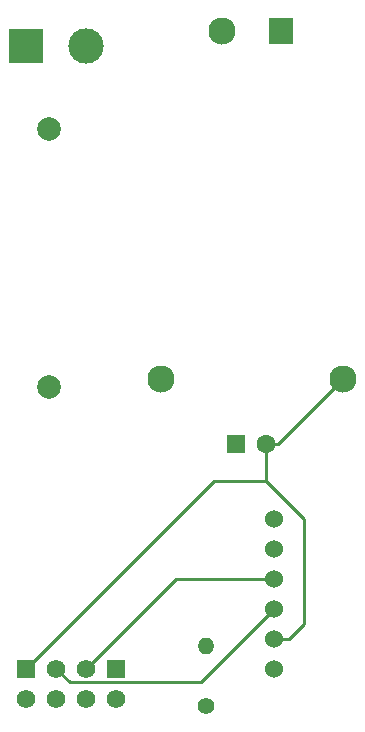
<source format=gbr>
%TF.GenerationSoftware,KiCad,Pcbnew,(5.1.9)-1*%
%TF.CreationDate,2021-08-24T10:41:20+02:00*%
%TF.ProjectId,PCB,5043422e-6b69-4636-9164-5f7063625858,rev?*%
%TF.SameCoordinates,Original*%
%TF.FileFunction,Copper,L2,Bot*%
%TF.FilePolarity,Positive*%
%FSLAX46Y46*%
G04 Gerber Fmt 4.6, Leading zero omitted, Abs format (unit mm)*
G04 Created by KiCad (PCBNEW (5.1.9)-1) date 2021-08-24 10:41:20*
%MOMM*%
%LPD*%
G01*
G04 APERTURE LIST*
%TA.AperFunction,ComponentPad*%
%ADD10C,1.524000*%
%TD*%
%TA.AperFunction,ComponentPad*%
%ADD11C,1.575000*%
%TD*%
%TA.AperFunction,ComponentPad*%
%ADD12R,1.575000X1.575000*%
%TD*%
%TA.AperFunction,ComponentPad*%
%ADD13O,1.400000X1.400000*%
%TD*%
%TA.AperFunction,ComponentPad*%
%ADD14C,1.400000*%
%TD*%
%TA.AperFunction,ComponentPad*%
%ADD15C,2.300000*%
%TD*%
%TA.AperFunction,ComponentPad*%
%ADD16R,2.000000X2.300000*%
%TD*%
%TA.AperFunction,ComponentPad*%
%ADD17C,3.000000*%
%TD*%
%TA.AperFunction,ComponentPad*%
%ADD18R,3.000000X3.000000*%
%TD*%
%TA.AperFunction,ComponentPad*%
%ADD19C,2.000000*%
%TD*%
%TA.AperFunction,ComponentPad*%
%ADD20C,1.600000*%
%TD*%
%TA.AperFunction,ComponentPad*%
%ADD21R,1.600000X1.600000*%
%TD*%
%TA.AperFunction,Conductor*%
%ADD22C,0.250000*%
%TD*%
G04 APERTURE END LIST*
D10*
%TO.P,U2,6*%
%TO.N,Net-(U2-Pad6)*%
X118745000Y-86360000D03*
%TO.P,U2,5*%
%TO.N,Net-(U2-Pad5)*%
X118745000Y-88900000D03*
%TO.P,U2,4*%
%TO.N,Net-(U1-Pad2)*%
X118745000Y-91440000D03*
%TO.P,U2,3*%
%TO.N,Net-(U1-Pad3)*%
X118745000Y-93980000D03*
%TO.P,U2,2*%
%TO.N,Net-(C1-Pad2)*%
X118745000Y-96520000D03*
%TO.P,U2,1*%
%TO.N,Net-(C1-Pad1)*%
X118745000Y-99060000D03*
%TD*%
D11*
%TO.P,U1,8*%
%TO.N,Net-(C1-Pad1)*%
X105410000Y-101600000D03*
%TO.P,U1,7*%
%TO.N,Net-(U1-Pad7)*%
X102870000Y-101600000D03*
%TO.P,U1,6*%
%TO.N,Net-(R1-Pad1)*%
X100330000Y-101600000D03*
%TO.P,U1,5*%
%TO.N,Net-(U1-Pad5)*%
X97790000Y-101600000D03*
D12*
%TO.P,U1,4*%
%TO.N,Net-(C1-Pad2)*%
X97790000Y-99060000D03*
D11*
%TO.P,U1,3*%
%TO.N,Net-(U1-Pad3)*%
X100330000Y-99060000D03*
%TO.P,U1,2*%
%TO.N,Net-(U1-Pad2)*%
X102870000Y-99060000D03*
D12*
%TO.P,U1,1*%
%TO.N,Net-(U1-Pad1)*%
X105410000Y-99060000D03*
%TD*%
D13*
%TO.P,R1,2*%
%TO.N,Net-(C1-Pad1)*%
X113030000Y-97155000D03*
D14*
%TO.P,R1,1*%
%TO.N,Net-(R1-Pad1)*%
X113030000Y-102235000D03*
%TD*%
D15*
%TO.P,PS1,4*%
%TO.N,Net-(C1-Pad1)*%
X109180000Y-74485000D03*
%TO.P,PS1,2*%
%TO.N,Net-(J1-Pad2)*%
X114380000Y-45085000D03*
D16*
%TO.P,PS1,1*%
%TO.N,Net-(F1-Pad1)*%
X119380000Y-45085000D03*
D15*
%TO.P,PS1,3*%
%TO.N,Net-(C1-Pad2)*%
X124580000Y-74485000D03*
%TD*%
D17*
%TO.P,J1,2*%
%TO.N,Net-(J1-Pad2)*%
X102870000Y-46355000D03*
D18*
%TO.P,J1,1*%
%TO.N,Net-(F1-Pad2)*%
X97790000Y-46355000D03*
%TD*%
D19*
%TO.P,F1,2*%
%TO.N,Net-(F1-Pad2)*%
X99695000Y-53330000D03*
%TO.P,F1,1*%
%TO.N,Net-(F1-Pad1)*%
X99695000Y-75230000D03*
%TD*%
D20*
%TO.P,C1,2*%
%TO.N,Net-(C1-Pad2)*%
X118070000Y-80010000D03*
D21*
%TO.P,C1,1*%
%TO.N,Net-(C1-Pad1)*%
X115570000Y-80010000D03*
%TD*%
D22*
%TO.N,Net-(U1-Pad3)*%
X101442501Y-100172501D02*
X100330000Y-99060000D01*
X112552499Y-100172501D02*
X101442501Y-100172501D01*
X118745000Y-93980000D02*
X112552499Y-100172501D01*
%TO.N,Net-(U1-Pad2)*%
X110490000Y-91440000D02*
X102870000Y-99060000D01*
X118745000Y-91440000D02*
X110490000Y-91440000D01*
%TO.N,Net-(C1-Pad2)*%
X106497001Y-90352999D02*
X97790000Y-99060000D01*
X119055000Y-80010000D02*
X118070000Y-80010000D01*
X124580000Y-74485000D02*
X119055000Y-80010000D01*
X121285000Y-95250000D02*
X120015000Y-96520000D01*
X121285000Y-86360000D02*
X121285000Y-95250000D01*
X120015000Y-96520000D02*
X118745000Y-96520000D01*
X118070000Y-83145000D02*
X121285000Y-86360000D01*
X118070000Y-80010000D02*
X118070000Y-83145000D01*
X118070000Y-83145000D02*
X113705000Y-83145000D01*
X113705000Y-83145000D02*
X106497001Y-90352999D01*
%TD*%
M02*

</source>
